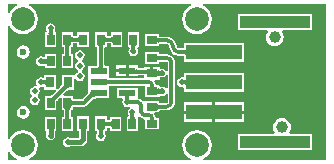
<source format=gtl>
G04*
G04 #@! TF.GenerationSoftware,Altium Limited,Altium Designer,18.1.7 (191)*
G04*
G04 Layer_Physical_Order=1*
G04 Layer_Color=255*
%FSLAX24Y24*%
%MOIN*%
G70*
G01*
G75*
%ADD11C,0.0100*%
%ADD22C,0.0394*%
%ADD23C,0.0236*%
%ADD25C,0.0150*%
%ADD26C,0.0120*%
%ADD27C,0.0120*%
%ADD28R,0.2362X0.0433*%
%ADD29R,0.1850X0.0512*%
%ADD30R,0.0264X0.0354*%
%ADD31R,0.0354X0.0264*%
%ADD32R,0.0276X0.0374*%
%ADD33R,0.0374X0.0276*%
%ADD34R,0.0580X0.0220*%
%ADD35C,0.0787*%
%ADD36C,0.0200*%
G36*
X10496Y15850D02*
X10451Y15831D01*
X10348Y15752D01*
X10269Y15649D01*
X10250Y15604D01*
X10200Y15614D01*
Y15900D01*
X10486D01*
X10496Y15850D01*
D02*
G37*
G36*
X20800Y10700D02*
X16714D01*
X16704Y10750D01*
X16749Y10769D01*
X16852Y10848D01*
X16931Y10951D01*
X16981Y11071D01*
X16998Y11200D01*
X16981Y11329D01*
X16931Y11449D01*
X16852Y11552D01*
X16749Y11631D01*
X16629Y11681D01*
X16500Y11698D01*
X16371Y11681D01*
X16251Y11631D01*
X16148Y11552D01*
X16069Y11449D01*
X16019Y11329D01*
X16002Y11200D01*
X16019Y11071D01*
X16069Y10951D01*
X16148Y10848D01*
X16251Y10769D01*
X16296Y10750D01*
X16286Y10700D01*
X10914D01*
X10904Y10750D01*
X10949Y10769D01*
X11052Y10848D01*
X11131Y10951D01*
X11181Y11071D01*
X11198Y11200D01*
X11181Y11329D01*
X11131Y11449D01*
X11052Y11552D01*
X10949Y11631D01*
X10829Y11681D01*
X10700Y11698D01*
X10571Y11681D01*
X10451Y11631D01*
X10348Y11552D01*
X10269Y11449D01*
X10250Y11404D01*
X10200Y11414D01*
Y15186D01*
X10250Y15196D01*
X10269Y15151D01*
X10348Y15048D01*
X10451Y14969D01*
X10571Y14919D01*
X10700Y14902D01*
X10829Y14919D01*
X10949Y14969D01*
X11052Y15048D01*
X11131Y15151D01*
X11181Y15271D01*
X11198Y15400D01*
X11181Y15529D01*
X11131Y15649D01*
X11052Y15752D01*
X10949Y15831D01*
X10904Y15850D01*
X10914Y15900D01*
X16286D01*
X16296Y15850D01*
X16251Y15831D01*
X16148Y15752D01*
X16069Y15649D01*
X16019Y15529D01*
X16002Y15400D01*
X16019Y15271D01*
X16069Y15151D01*
X16148Y15048D01*
X16251Y14969D01*
X16371Y14919D01*
X16500Y14902D01*
X16629Y14919D01*
X16749Y14969D01*
X16852Y15048D01*
X16931Y15151D01*
X16981Y15271D01*
X16998Y15400D01*
X16981Y15529D01*
X16931Y15649D01*
X16852Y15752D01*
X16749Y15831D01*
X16704Y15850D01*
X16714Y15900D01*
X20800D01*
Y10700D01*
D02*
G37*
G36*
X10269Y10951D02*
X10348Y10848D01*
X10451Y10769D01*
X10496Y10750D01*
X10486Y10700D01*
X10200D01*
Y10986D01*
X10250Y10996D01*
X10269Y10951D01*
D02*
G37*
%LPC*%
G36*
X12907Y14966D02*
X12512D01*
Y14853D01*
X12511Y14852D01*
X12509Y14851D01*
X12500Y14848D01*
X12488Y14846D01*
X12472Y14845D01*
X12451Y14844D01*
X12446Y14842D01*
X12439D01*
X12433Y14844D01*
X12412Y14845D01*
X12396Y14846D01*
X12384Y14848D01*
X12375Y14851D01*
X12373Y14852D01*
X12372Y14853D01*
Y14957D01*
X11989D01*
Y14482D01*
X12048D01*
X12049Y14480D01*
X12052Y14472D01*
X12054Y14459D01*
X12055Y14443D01*
X12056Y14422D01*
X12058Y14416D01*
Y14317D01*
X12056Y14311D01*
X12055Y14290D01*
X12054Y14274D01*
X12052Y14261D01*
X12049Y14253D01*
X12048Y14251D01*
X11989D01*
Y13776D01*
X12372D01*
Y14251D01*
X12313D01*
X12312Y14253D01*
X12309Y14261D01*
X12307Y14274D01*
X12306Y14290D01*
X12305Y14311D01*
X12303Y14317D01*
Y14416D01*
X12305Y14422D01*
X12306Y14443D01*
X12307Y14459D01*
X12309Y14472D01*
X12312Y14480D01*
X12313Y14482D01*
X12372D01*
Y14586D01*
X12373Y14587D01*
X12375Y14588D01*
X12384Y14591D01*
X12396Y14593D01*
X12412Y14594D01*
X12433Y14595D01*
X12439Y14597D01*
X12446D01*
X12451Y14595D01*
X12472Y14594D01*
X12488Y14593D01*
X12500Y14591D01*
X12509Y14588D01*
X12511Y14587D01*
X12512Y14586D01*
Y14472D01*
X12907D01*
Y14966D01*
D02*
G37*
G36*
X20336Y15577D02*
X17854D01*
Y15023D01*
X18830D01*
X18854Y14973D01*
X18836Y14950D01*
X18806Y14877D01*
X18796Y14800D01*
X18806Y14723D01*
X18836Y14650D01*
X18884Y14588D01*
X18946Y14541D01*
X19018Y14511D01*
X19095Y14501D01*
X19173Y14511D01*
X19245Y14541D01*
X19307Y14588D01*
X19355Y14650D01*
X19384Y14723D01*
X19395Y14800D01*
X19384Y14877D01*
X19355Y14950D01*
X19336Y14973D01*
X19361Y15023D01*
X20336D01*
Y15577D01*
D02*
G37*
G36*
X13488Y14966D02*
X13093D01*
Y14472D01*
X13158D01*
X13159Y14471D01*
X13161Y14462D01*
X13163Y14449D01*
X13165Y14433D01*
X13165Y14412D01*
X13168Y14406D01*
Y13910D01*
X13165Y13905D01*
X13165Y13883D01*
X13163Y13867D01*
X13161Y13855D01*
X13159Y13846D01*
X13158Y13844D01*
X12880D01*
Y13520D01*
X12880Y13470D01*
X12880Y13454D01*
Y13146D01*
X12880Y13096D01*
X12880Y13080D01*
Y13002D01*
X12877Y12997D01*
X12878Y12992D01*
X12876Y12987D01*
X12880Y12978D01*
Y12947D01*
X12876Y12940D01*
X12866Y12926D01*
X12832Y12885D01*
X12810Y12862D01*
X12807Y12856D01*
X12677Y12726D01*
X12439D01*
X12433Y12729D01*
X12412Y12729D01*
X12396Y12731D01*
X12384Y12733D01*
X12375Y12735D01*
X12373Y12736D01*
X12372Y12737D01*
Y12841D01*
X12055D01*
X12034Y12891D01*
X12077Y12934D01*
X12081Y12935D01*
X12083Y12939D01*
X12087Y12940D01*
X12118Y12970D01*
X12171Y13017D01*
X12192Y13033D01*
X12210Y13045D01*
X12224Y13052D01*
X12226Y13053D01*
X12259D01*
X12266Y13052D01*
X12268Y13053D01*
X12388D01*
Y13489D01*
X12438Y13494D01*
X12449Y13438D01*
X12485Y13385D01*
X12538Y13349D01*
X12600Y13337D01*
X12662Y13349D01*
X12715Y13385D01*
X12751Y13438D01*
X12763Y13500D01*
X12751Y13562D01*
X12715Y13615D01*
X12665Y13649D01*
X12662Y13670D01*
Y13680D01*
X12665Y13701D01*
X12715Y13735D01*
X12751Y13788D01*
X12763Y13850D01*
X12751Y13912D01*
X12715Y13965D01*
X12665Y13999D01*
X12662Y14020D01*
Y14030D01*
X12665Y14051D01*
X12715Y14085D01*
X12751Y14138D01*
X12763Y14200D01*
X12751Y14262D01*
X12715Y14315D01*
X12662Y14351D01*
X12600Y14363D01*
X12538Y14351D01*
X12485Y14315D01*
X12449Y14262D01*
X12437Y14200D01*
X12449Y14138D01*
X12485Y14085D01*
X12535Y14051D01*
X12538Y14030D01*
Y14020D01*
X12535Y13999D01*
X12485Y13965D01*
X12449Y13912D01*
X12437Y13850D01*
X12449Y13788D01*
X12485Y13735D01*
X12535Y13701D01*
X12538Y13680D01*
Y13670D01*
X12535Y13649D01*
X12485Y13615D01*
X12449Y13562D01*
X12438Y13506D01*
X12388Y13511D01*
Y13547D01*
X11993D01*
Y13259D01*
X11990Y13252D01*
X11992Y13247D01*
X11991Y13242D01*
X11993Y13239D01*
Y13223D01*
X11990Y13212D01*
X11990Y13212D01*
Y13207D01*
X11982Y13196D01*
X11946Y13153D01*
X11922Y13129D01*
X11920Y13123D01*
X11857Y13060D01*
X11807Y13081D01*
X11807Y13090D01*
X11807Y13090D01*
X11807Y13091D01*
Y13547D01*
X11412D01*
Y13478D01*
X11362Y13451D01*
X11300Y13463D01*
X11238Y13451D01*
X11185Y13415D01*
X11149Y13362D01*
X11137Y13300D01*
X11149Y13238D01*
X11176Y13197D01*
X11148Y13154D01*
X11100Y13163D01*
X11038Y13151D01*
X10985Y13115D01*
X10949Y13062D01*
X10937Y13000D01*
X10949Y12938D01*
X10985Y12885D01*
X10999Y12875D01*
Y12825D01*
X10985Y12815D01*
X10949Y12762D01*
X10937Y12700D01*
X10949Y12638D01*
X10985Y12585D01*
X11038Y12549D01*
X11100Y12537D01*
X11162Y12549D01*
X11215Y12585D01*
X11251Y12638D01*
X11263Y12700D01*
X11251Y12762D01*
X11215Y12815D01*
X11201Y12825D01*
Y12875D01*
X11215Y12885D01*
X11251Y12938D01*
X11263Y13000D01*
X11251Y13062D01*
X11224Y13103D01*
X11252Y13146D01*
X11300Y13137D01*
X11362Y13149D01*
X11412Y13122D01*
Y13053D01*
X11769Y13053D01*
X11770D01*
X11770D01*
X11780Y13053D01*
X11786Y13037D01*
X11800Y13003D01*
X11712Y12914D01*
X11706Y12912D01*
X11660Y12870D01*
X11643Y12856D01*
X11627Y12845D01*
X11620Y12841D01*
X11589D01*
X11580Y12845D01*
X11576Y12843D01*
X11570Y12844D01*
X11566Y12841D01*
X11428D01*
Y12367D01*
X11811D01*
Y12595D01*
X11814Y12600D01*
X11813Y12605D01*
X11815Y12610D01*
X11811Y12619D01*
Y12650D01*
X11815Y12657D01*
X11825Y12672D01*
X11859Y12712D01*
X11882Y12735D01*
X11884Y12741D01*
X11939Y12795D01*
X11989Y12775D01*
Y12367D01*
X12048D01*
X12049Y12365D01*
X12052Y12356D01*
X12054Y12343D01*
X12055Y12327D01*
X12056Y12306D01*
X12058Y12301D01*
Y12217D01*
X12056Y12211D01*
X12055Y12190D01*
X12054Y12174D01*
X12052Y12161D01*
X12049Y12153D01*
X12048Y12151D01*
X11989D01*
Y11676D01*
X12372D01*
Y12151D01*
X12313D01*
X12312Y12153D01*
X12309Y12161D01*
X12307Y12174D01*
X12306Y12190D01*
X12305Y12211D01*
X12303Y12217D01*
Y12301D01*
X12305Y12306D01*
X12306Y12327D01*
X12307Y12343D01*
X12309Y12356D01*
X12312Y12365D01*
X12313Y12367D01*
X12372D01*
Y12471D01*
X12373Y12472D01*
X12375Y12473D01*
X12384Y12475D01*
X12396Y12477D01*
X12412Y12478D01*
X12433Y12479D01*
X12439Y12482D01*
X12728D01*
X12775Y12491D01*
X12814Y12517D01*
X12980Y12683D01*
X12985Y12685D01*
X13031Y12727D01*
X13049Y12741D01*
X13064Y12752D01*
X13071Y12756D01*
X13102D01*
X13111Y12752D01*
X13116Y12754D01*
X13121Y12753D01*
X13126Y12756D01*
X13580D01*
Y13080D01*
X13580Y13130D01*
X13580Y13146D01*
Y13170D01*
X13588Y13171D01*
X13620Y13175D01*
X13640Y13175D01*
X13646Y13178D01*
X14753D01*
Y12812D01*
X15171D01*
X15176Y12809D01*
X15181Y12810D01*
X15186Y12808D01*
X15195Y12812D01*
X15247D01*
Y12818D01*
X15260Y12828D01*
X15297Y12847D01*
X15350Y12837D01*
X15412Y12849D01*
X15465Y12885D01*
X15478Y12903D01*
X15528Y12888D01*
Y12650D01*
X15528Y12648D01*
X15515Y12616D01*
X15482Y12603D01*
X15481Y12603D01*
X15303D01*
X15298Y12605D01*
X15277Y12606D01*
X15260Y12607D01*
X15248Y12609D01*
X15239Y12612D01*
X15237Y12613D01*
Y12672D01*
X14763D01*
Y12672D01*
X14713Y12661D01*
X14700Y12680D01*
X14618Y12736D01*
X14566Y12746D01*
X14520Y12756D01*
Y13096D01*
X13820D01*
Y12756D01*
X14003D01*
X14028Y12706D01*
X14019Y12692D01*
X14007Y12630D01*
X14019Y12568D01*
X14055Y12515D01*
X14108Y12479D01*
X14170Y12467D01*
X14232Y12479D01*
X14256Y12495D01*
X14263Y12493D01*
X14270Y12439D01*
X14270Y12438D01*
X14235Y12415D01*
X14200Y12362D01*
X14187Y12300D01*
X14200Y12238D01*
X14223Y12204D01*
X14222Y12203D01*
X14223Y12202D01*
X14223Y12202D01*
X14223Y12200D01*
X14223Y12200D01*
X14223Y12199D01*
X14224Y12195D01*
X14190Y12147D01*
X14159D01*
Y11673D01*
X14542D01*
Y12102D01*
X14542Y12125D01*
X14586Y12140D01*
X14592Y12141D01*
X14664Y12093D01*
X14750Y12076D01*
X14763Y12031D01*
Y11728D01*
X15237D01*
Y12111D01*
X15124D01*
X15108Y12192D01*
X15077Y12239D01*
X15103Y12289D01*
X15237D01*
Y12348D01*
X15239Y12349D01*
X15248Y12352D01*
X15260Y12354D01*
X15277Y12355D01*
X15298Y12356D01*
X15303Y12358D01*
X15481D01*
Y12358D01*
X15556Y12368D01*
X15626Y12397D01*
X15687Y12444D01*
X15733Y12504D01*
X15763Y12574D01*
X15773Y12650D01*
X15772D01*
Y13950D01*
X15772Y13950D01*
X15763Y14020D01*
X15736Y14086D01*
X15693Y14143D01*
X15636Y14186D01*
X15570Y14213D01*
X15500Y14222D01*
X15500Y14222D01*
X15313D01*
X15308Y14225D01*
X15286Y14225D01*
X15270Y14227D01*
X15258Y14229D01*
X15249Y14231D01*
X15247Y14232D01*
Y14307D01*
X14753D01*
Y13912D01*
X15247D01*
Y13968D01*
X15249Y13969D01*
X15258Y13971D01*
X15270Y13973D01*
X15286Y13975D01*
X15308Y13975D01*
X15313Y13978D01*
X15500D01*
Y13977D01*
X15519Y13969D01*
X15527Y13950D01*
X15528D01*
Y13655D01*
X15478Y13650D01*
X15477Y13653D01*
X15447Y13697D01*
X15403Y13727D01*
X15350Y13738D01*
X15342D01*
X15337Y13740D01*
X15310Y13740D01*
X15288Y13742D01*
X15269Y13744D01*
X15257Y13746D01*
Y13798D01*
X15050D01*
Y13590D01*
X14950D01*
Y13798D01*
X14743D01*
Y13777D01*
X14715Y13775D01*
X14694Y13775D01*
X14688Y13772D01*
X14586D01*
X14581Y13775D01*
X14560Y13775D01*
X14543Y13777D01*
X14531Y13779D01*
X14530Y13779D01*
Y13854D01*
X14220D01*
Y13674D01*
Y13494D01*
X14530D01*
Y13523D01*
X14559Y13525D01*
X14580Y13525D01*
X14586Y13528D01*
X14687D01*
X14692Y13525D01*
X14713Y13525D01*
X14730Y13523D01*
X14742Y13521D01*
X14743Y13521D01*
Y13422D01*
X13646D01*
X13640Y13425D01*
X13619Y13425D01*
X13602Y13427D01*
X13589Y13428D01*
X13580Y13430D01*
X13580Y13504D01*
X13580Y13520D01*
Y13844D01*
X13422D01*
X13422Y13846D01*
X13419Y13855D01*
X13417Y13867D01*
X13416Y13883D01*
X13415Y13905D01*
X13413Y13910D01*
Y14406D01*
X13415Y14412D01*
X13416Y14433D01*
X13417Y14449D01*
X13419Y14462D01*
X13422Y14471D01*
X13422Y14472D01*
X13488D01*
Y14587D01*
X13490Y14588D01*
X13499Y14591D01*
X13511Y14593D01*
X13528Y14594D01*
X13549Y14595D01*
X13554Y14597D01*
X13561D01*
X13567Y14595D01*
X13588Y14594D01*
X13604Y14593D01*
X13616Y14591D01*
X13625Y14588D01*
X13627Y14587D01*
X13628Y14586D01*
Y14482D01*
X14011D01*
Y14957D01*
X13628D01*
Y14853D01*
X13627Y14852D01*
X13625Y14851D01*
X13616Y14848D01*
X13604Y14846D01*
X13588Y14845D01*
X13567Y14844D01*
X13561Y14842D01*
X13554D01*
X13549Y14844D01*
X13528Y14845D01*
X13511Y14846D01*
X13499Y14848D01*
X13490Y14851D01*
X13488Y14852D01*
Y14966D01*
D02*
G37*
G36*
X11619Y15263D02*
X11557Y15251D01*
X11504Y15215D01*
X11469Y15162D01*
X11456Y15100D01*
X11469Y15038D01*
X11490Y15005D01*
X11487Y14993D01*
X11487Y14992D01*
X11457Y14957D01*
X11428D01*
Y14482D01*
X11811D01*
Y14957D01*
X11780D01*
X11754Y14988D01*
X11752Y14993D01*
X11749Y15005D01*
X11770Y15038D01*
X11783Y15100D01*
X11770Y15162D01*
X11735Y15215D01*
X11682Y15251D01*
X11619Y15263D01*
D02*
G37*
G36*
X14572Y14957D02*
X14189D01*
Y14482D01*
X14228D01*
X14254Y14439D01*
X14255Y14435D01*
X14254Y14426D01*
X14253Y14424D01*
X14253Y14423D01*
X14253Y14422D01*
X14253Y14421D01*
X14252Y14420D01*
X14253Y14420D01*
X14230Y14386D01*
X14217Y14323D01*
X14230Y14261D01*
X14265Y14208D01*
X14318Y14173D01*
X14381Y14160D01*
X14443Y14173D01*
X14496Y14208D01*
X14531Y14261D01*
X14544Y14323D01*
X14531Y14386D01*
X14508Y14420D01*
X14509Y14420D01*
X14508Y14421D01*
X14508Y14422D01*
X14508Y14423D01*
X14508Y14424D01*
X14508Y14425D01*
X14507Y14435D01*
X14539Y14482D01*
X14572D01*
Y14957D01*
D02*
G37*
G36*
X11811Y14251D02*
X11428D01*
Y14153D01*
X11378Y14141D01*
X11362Y14151D01*
X11300Y14163D01*
X11238Y14151D01*
X11185Y14115D01*
X11149Y14062D01*
X11137Y14000D01*
X11149Y13938D01*
X11185Y13885D01*
X11238Y13849D01*
X11300Y13837D01*
X11362Y13849D01*
X11378Y13859D01*
X11428Y13847D01*
Y13776D01*
X11811D01*
Y14251D01*
D02*
G37*
G36*
X10709Y14526D02*
X10624Y14509D01*
X10552Y14461D01*
X10504Y14389D01*
X10487Y14304D01*
X10504Y14219D01*
X10552Y14147D01*
X10624Y14098D01*
X10709Y14082D01*
X10795Y14098D01*
X10867Y14147D01*
X10915Y14219D01*
X10932Y14304D01*
X10915Y14389D01*
X10867Y14461D01*
X10795Y14509D01*
X10709Y14526D01*
D02*
G37*
G36*
X15247Y14888D02*
X14753D01*
Y14493D01*
X15247D01*
Y14558D01*
X15249Y14559D01*
X15258Y14561D01*
X15270Y14563D01*
X15286Y14565D01*
X15308Y14565D01*
X15313Y14568D01*
X15500D01*
Y14567D01*
X15529Y14561D01*
X15554Y14544D01*
X15571Y14520D01*
X15576Y14490D01*
X15577D01*
X15588Y14409D01*
X15619Y14334D01*
X15669Y14269D01*
X15734Y14219D01*
X15809Y14188D01*
X15890Y14177D01*
Y14178D01*
X16016D01*
X16022Y14175D01*
X16043Y14175D01*
X16059Y14173D01*
X16071Y14171D01*
X16080Y14169D01*
X16082Y14168D01*
X16083Y14167D01*
Y13984D01*
X18053D01*
Y14616D01*
X16083D01*
Y14433D01*
X16082Y14432D01*
X16080Y14431D01*
X16071Y14429D01*
X16059Y14427D01*
X16043Y14425D01*
X16022Y14425D01*
X16016Y14422D01*
X15890D01*
Y14424D01*
X15865Y14429D01*
X15843Y14443D01*
X15829Y14465D01*
X15824Y14490D01*
X15823D01*
X15812Y14574D01*
X15780Y14652D01*
X15728Y14719D01*
X15661Y14770D01*
X15584Y14802D01*
X15500Y14813D01*
Y14813D01*
X15313D01*
X15308Y14815D01*
X15286Y14816D01*
X15270Y14817D01*
X15258Y14819D01*
X15249Y14822D01*
X15247Y14822D01*
Y14888D01*
D02*
G37*
G36*
X14120Y13854D02*
X13810D01*
Y13724D01*
X14120D01*
Y13854D01*
D02*
G37*
G36*
Y13624D02*
X13810D01*
Y13494D01*
X14120D01*
Y13624D01*
D02*
G37*
G36*
X18053Y13616D02*
X16083D01*
Y13493D01*
X16033Y13457D01*
X16000Y13463D01*
X15938Y13451D01*
X15885Y13415D01*
X15849Y13362D01*
X15837Y13300D01*
X15849Y13238D01*
X15885Y13185D01*
X15938Y13149D01*
X16000Y13137D01*
X16033Y13143D01*
X16083Y13107D01*
Y12984D01*
X18053D01*
Y13616D01*
D02*
G37*
G36*
X18063Y12626D02*
X17118D01*
Y12350D01*
X18063D01*
Y12626D01*
D02*
G37*
G36*
X17018D02*
X16073D01*
Y12350D01*
X17018D01*
Y12626D01*
D02*
G37*
G36*
X10709Y12518D02*
X10624Y12502D01*
X10552Y12453D01*
X10504Y12381D01*
X10487Y12296D01*
X10504Y12211D01*
X10552Y12139D01*
X10624Y12091D01*
X10709Y12074D01*
X10795Y12091D01*
X10867Y12139D01*
X10915Y12211D01*
X10932Y12296D01*
X10915Y12381D01*
X10867Y12453D01*
X10795Y12502D01*
X10709Y12518D01*
D02*
G37*
G36*
X18063Y12250D02*
X17118D01*
Y11974D01*
X18063D01*
Y12250D01*
D02*
G37*
G36*
X17018D02*
X16073D01*
Y11974D01*
X17018D01*
Y12250D01*
D02*
G37*
G36*
X13488Y12166D02*
X13093D01*
Y11672D01*
X13168D01*
X13169Y11671D01*
X13171Y11662D01*
X13173Y11649D01*
X13175Y11633D01*
X13175Y11625D01*
X13174Y11614D01*
X13173Y11602D01*
X13173Y11600D01*
X13173Y11600D01*
X13172Y11598D01*
X13172Y11598D01*
X13172Y11597D01*
X13172Y11596D01*
X13149Y11562D01*
X13137Y11500D01*
X13149Y11438D01*
X13185Y11385D01*
X13238Y11349D01*
X13300Y11337D01*
X13362Y11349D01*
X13415Y11385D01*
X13451Y11438D01*
X13463Y11500D01*
X13451Y11562D01*
X13428Y11596D01*
X13428Y11597D01*
X13428Y11598D01*
X13428Y11598D01*
X13427Y11600D01*
X13427Y11600D01*
X13427Y11601D01*
X13425Y11625D01*
X13435Y11672D01*
X13488D01*
Y11777D01*
X13489Y11778D01*
X13491Y11779D01*
X13500Y11781D01*
X13512Y11783D01*
X13528Y11784D01*
X13543Y11785D01*
X13558Y11784D01*
X13574Y11783D01*
X13586Y11781D01*
X13595Y11779D01*
X13597Y11778D01*
X13598Y11777D01*
Y11673D01*
X13981D01*
Y12147D01*
X13598D01*
Y12043D01*
X13597Y12042D01*
X13595Y12041D01*
X13586Y12039D01*
X13574Y12037D01*
X13558Y12035D01*
X13543Y12035D01*
X13528Y12035D01*
X13512Y12037D01*
X13500Y12039D01*
X13491Y12041D01*
X13489Y12042D01*
X13488Y12043D01*
Y12166D01*
D02*
G37*
G36*
X12907D02*
X12512D01*
Y11672D01*
X12572D01*
Y11438D01*
X12282D01*
X12262Y11451D01*
X12200Y11463D01*
X12138Y11451D01*
X12085Y11415D01*
X12049Y11362D01*
X12037Y11300D01*
X12049Y11238D01*
X12085Y11185D01*
X12138Y11149D01*
X12200Y11137D01*
X12262Y11149D01*
X12282Y11162D01*
X12600D01*
Y11160D01*
X12695Y11179D01*
X12776Y11233D01*
X12830Y11314D01*
X12849Y11410D01*
X12847D01*
Y11672D01*
X12907D01*
Y12166D01*
D02*
G37*
G36*
X11811Y12151D02*
X11428D01*
Y11676D01*
X11482D01*
Y11601D01*
X11469Y11582D01*
X11456Y11519D01*
X11469Y11457D01*
X11504Y11404D01*
X11557Y11369D01*
X11619Y11356D01*
X11682Y11369D01*
X11735Y11404D01*
X11770Y11457D01*
X11783Y11519D01*
X11770Y11582D01*
X11757Y11601D01*
Y11676D01*
X11811D01*
Y12151D01*
D02*
G37*
G36*
X19332Y12099D02*
X19254Y12089D01*
X19182Y12059D01*
X19120Y12012D01*
X19072Y11950D01*
X19042Y11877D01*
X19032Y11800D01*
X19042Y11723D01*
X19072Y11650D01*
X19090Y11627D01*
X19066Y11577D01*
X17854D01*
Y11023D01*
X20336D01*
Y11577D01*
X19597D01*
X19573Y11627D01*
X19591Y11650D01*
X19621Y11723D01*
X19631Y11800D01*
X19621Y11877D01*
X19591Y11950D01*
X19543Y12012D01*
X19481Y12059D01*
X19409Y12089D01*
X19332Y12099D01*
D02*
G37*
%LPD*%
G36*
X12573Y14599D02*
X12572Y14611D01*
X12568Y14621D01*
X12562Y14630D01*
X12554Y14638D01*
X12543Y14644D01*
X12530Y14650D01*
X12514Y14654D01*
X12496Y14657D01*
X12476Y14659D01*
X12453Y14659D01*
Y14779D01*
X12476Y14780D01*
X12496Y14782D01*
X12514Y14785D01*
X12530Y14789D01*
X12543Y14794D01*
X12554Y14801D01*
X12562Y14809D01*
X12568Y14818D01*
X12572Y14828D01*
X12573Y14839D01*
Y14599D01*
D02*
G37*
G36*
X12312Y14828D02*
X12316Y14818D01*
X12322Y14809D01*
X12330Y14801D01*
X12341Y14794D01*
X12354Y14789D01*
X12370Y14785D01*
X12388Y14782D01*
X12408Y14780D01*
X12431Y14779D01*
Y14659D01*
X12408Y14659D01*
X12388Y14657D01*
X12370Y14654D01*
X12354Y14650D01*
X12341Y14644D01*
X12330Y14638D01*
X12322Y14630D01*
X12316Y14621D01*
X12312Y14611D01*
X12311Y14599D01*
Y14839D01*
X12312Y14828D01*
D02*
G37*
G36*
X12289Y14543D02*
X12279Y14540D01*
X12270Y14534D01*
X12262Y14525D01*
X12256Y14514D01*
X12250Y14501D01*
X12246Y14485D01*
X12243Y14467D01*
X12241Y14447D01*
X12241Y14424D01*
X12121D01*
X12120Y14447D01*
X12118Y14467D01*
X12115Y14485D01*
X12111Y14501D01*
X12106Y14514D01*
X12099Y14525D01*
X12091Y14534D01*
X12082Y14540D01*
X12072Y14543D01*
X12061Y14545D01*
X12301D01*
X12289Y14543D01*
D02*
G37*
G36*
X12241Y14287D02*
X12243Y14266D01*
X12246Y14248D01*
X12250Y14232D01*
X12256Y14219D01*
X12262Y14208D01*
X12270Y14199D01*
X12279Y14193D01*
X12289Y14190D01*
X12301Y14188D01*
X12061D01*
X12072Y14190D01*
X12082Y14193D01*
X12091Y14199D01*
X12099Y14208D01*
X12106Y14219D01*
X12111Y14232D01*
X12115Y14248D01*
X12118Y14266D01*
X12120Y14287D01*
X12121Y14310D01*
X12241D01*
X12241Y14287D01*
D02*
G37*
G36*
X13689Y14599D02*
X13688Y14611D01*
X13684Y14621D01*
X13678Y14630D01*
X13670Y14638D01*
X13659Y14644D01*
X13646Y14650D01*
X13630Y14654D01*
X13612Y14657D01*
X13592Y14659D01*
X13569Y14659D01*
Y14779D01*
X13592Y14780D01*
X13612Y14782D01*
X13630Y14785D01*
X13646Y14789D01*
X13659Y14794D01*
X13670Y14801D01*
X13678Y14809D01*
X13684Y14818D01*
X13688Y14828D01*
X13689Y14839D01*
Y14599D01*
D02*
G37*
G36*
X13427Y14828D02*
X13431Y14818D01*
X13437Y14809D01*
X13445Y14801D01*
X13456Y14794D01*
X13469Y14789D01*
X13485Y14785D01*
X13503Y14782D01*
X13524Y14780D01*
X13547Y14779D01*
Y14659D01*
X13524Y14659D01*
X13503Y14657D01*
X13485Y14654D01*
X13469Y14650D01*
X13456Y14644D01*
X13445Y14638D01*
X13437Y14630D01*
X13431Y14621D01*
X13427Y14611D01*
X13426Y14599D01*
Y14839D01*
X13427Y14828D01*
D02*
G37*
G36*
X13399Y14534D02*
X13389Y14530D01*
X13380Y14524D01*
X13372Y14515D01*
X13365Y14505D01*
X13360Y14491D01*
X13356Y14475D01*
X13353Y14457D01*
X13351Y14437D01*
X13350Y14414D01*
X13230D01*
X13230Y14437D01*
X13228Y14457D01*
X13225Y14475D01*
X13221Y14491D01*
X13215Y14505D01*
X13209Y14515D01*
X13201Y14524D01*
X13192Y14530D01*
X13182Y14534D01*
X13170Y14535D01*
X13410D01*
X13399Y14534D01*
D02*
G37*
G36*
X15186Y14209D02*
X15189Y14198D01*
X15196Y14189D01*
X15204Y14182D01*
X15215Y14175D01*
X15228Y14170D01*
X15244Y14165D01*
X15262Y14162D01*
X15283Y14161D01*
X15306Y14160D01*
Y14040D01*
X15283Y14039D01*
X15262Y14038D01*
X15244Y14035D01*
X15228Y14030D01*
X15215Y14025D01*
X15204Y14018D01*
X15196Y14011D01*
X15189Y14002D01*
X15186Y13991D01*
X15185Y13980D01*
Y14220D01*
X15186Y14209D01*
D02*
G37*
G36*
X13351Y13880D02*
X13353Y13859D01*
X13356Y13841D01*
X13360Y13825D01*
X13365Y13812D01*
X13372Y13801D01*
X13380Y13793D01*
X13389Y13786D01*
X13399Y13783D01*
X13410Y13782D01*
X13170D01*
X13182Y13783D01*
X13192Y13786D01*
X13201Y13793D01*
X13209Y13801D01*
X13215Y13812D01*
X13221Y13825D01*
X13225Y13841D01*
X13228Y13859D01*
X13230Y13880D01*
X13230Y13903D01*
X13350D01*
X13351Y13880D01*
D02*
G37*
G36*
X14459Y13759D02*
X14463Y13748D01*
X14469Y13739D01*
X14477Y13732D01*
X14488Y13725D01*
X14501Y13720D01*
X14517Y13715D01*
X14535Y13712D01*
X14556Y13711D01*
X14579Y13710D01*
Y13590D01*
X14556Y13590D01*
X14502Y13586D01*
X14489Y13584D01*
X14478Y13581D01*
X14470Y13578D01*
X14464Y13574D01*
X14460Y13570D01*
X14459Y13565D01*
X14458Y13770D01*
X14459Y13759D01*
D02*
G37*
G36*
X14815Y13530D02*
X14814Y13541D01*
X14810Y13552D01*
X14804Y13561D01*
X14796Y13568D01*
X14785Y13575D01*
X14772Y13580D01*
X14756Y13585D01*
X14738Y13588D01*
X14717Y13589D01*
X14694Y13590D01*
Y13710D01*
X14717Y13710D01*
X14784Y13714D01*
X14795Y13716D01*
X14803Y13718D01*
X14809Y13721D01*
X14813Y13724D01*
X14814Y13727D01*
X14815Y13530D01*
D02*
G37*
G36*
X15187Y13717D02*
X15192Y13708D01*
X15199Y13700D01*
X15210Y13694D01*
X15223Y13688D01*
X15240Y13683D01*
X15259Y13680D01*
X15282Y13677D01*
X15307Y13676D01*
X15336Y13675D01*
Y13525D01*
X15307Y13524D01*
X15282Y13522D01*
X15259Y13519D01*
X15240Y13514D01*
X15223Y13507D01*
X15210Y13499D01*
X15199Y13490D01*
X15192Y13479D01*
X15187Y13467D01*
X15186Y13454D01*
Y13727D01*
X15187Y13717D01*
D02*
G37*
G36*
X11474Y13180D02*
X11473Y13191D01*
X11469Y13202D01*
X11463Y13211D01*
X11455Y13218D01*
X11444Y13225D01*
X11431Y13230D01*
X11415Y13235D01*
X11397Y13238D01*
X11396Y13238D01*
X11393Y13238D01*
X11387Y13236D01*
X11382Y13235D01*
X11377Y13234D01*
X11374Y13232D01*
X11371Y13230D01*
Y13240D01*
X11353Y13240D01*
Y13360D01*
X11371Y13360D01*
Y13370D01*
X11374Y13368D01*
X11377Y13366D01*
X11382Y13365D01*
X11387Y13364D01*
X11393Y13362D01*
X11395Y13362D01*
X11397Y13362D01*
X11415Y13365D01*
X11431Y13370D01*
X11444Y13375D01*
X11455Y13382D01*
X11463Y13389D01*
X11469Y13398D01*
X11473Y13409D01*
X11474Y13420D01*
Y13180D01*
D02*
G37*
G36*
X13520Y13400D02*
X13524Y13391D01*
X13530Y13384D01*
X13538Y13378D01*
X13549Y13372D01*
X13562Y13368D01*
X13578Y13364D01*
X13596Y13362D01*
X13616Y13360D01*
X13639Y13360D01*
Y13240D01*
X13616Y13240D01*
X13578Y13236D01*
X13562Y13232D01*
X13549Y13228D01*
X13538Y13222D01*
X13530Y13216D01*
X13524Y13209D01*
X13520Y13200D01*
X13519Y13191D01*
Y13409D01*
X13520Y13400D01*
D02*
G37*
G36*
X12254Y13115D02*
X12243Y13120D01*
X12230Y13121D01*
X12214Y13118D01*
X12196Y13111D01*
X12176Y13100D01*
X12154Y13086D01*
X12129Y13067D01*
X12073Y13017D01*
X12042Y12987D01*
X11969Y13083D01*
X11994Y13110D01*
X12034Y13156D01*
X12048Y13176D01*
X12058Y13194D01*
X12065Y13210D01*
X12068Y13224D01*
X12067Y13235D01*
X12063Y13245D01*
X12055Y13253D01*
X12254Y13115D01*
D02*
G37*
G36*
X15528Y13545D02*
Y13112D01*
X15478Y13097D01*
X15465Y13115D01*
X15412Y13151D01*
X15350Y13163D01*
X15299Y13153D01*
X15292Y13153D01*
X15259Y13172D01*
X15247Y13181D01*
Y13207D01*
X15195D01*
X15186Y13211D01*
X15182Y13210D01*
X15179Y13211D01*
X15173Y13207D01*
X15123D01*
X15107Y13286D01*
X15076Y13333D01*
X15103Y13383D01*
X15257D01*
Y13451D01*
X15260Y13452D01*
X15272Y13455D01*
X15290Y13458D01*
X15311Y13459D01*
X15337Y13460D01*
X15343Y13462D01*
X15350D01*
X15403Y13473D01*
X15447Y13503D01*
X15477Y13547D01*
X15478Y13550D01*
X15528Y13545D01*
D02*
G37*
G36*
X15187Y13133D02*
X15192Y13121D01*
X15199Y13110D01*
X15210Y13101D01*
X15223Y13093D01*
X15240Y13086D01*
X15259Y13081D01*
X15282Y13078D01*
X15307Y13076D01*
X15336Y13075D01*
Y12925D01*
X15307Y12924D01*
X15259Y12920D01*
X15240Y12917D01*
X15223Y12912D01*
X15210Y12906D01*
X15199Y12900D01*
X15192Y12892D01*
X15187Y12883D01*
X15186Y12873D01*
Y13146D01*
X15187Y13133D01*
D02*
G37*
G36*
X13111Y12817D02*
X13102Y12824D01*
X13091Y12827D01*
X13078D01*
X13063Y12824D01*
X13047Y12817D01*
X13029Y12807D01*
X13010Y12793D01*
X12989Y12776D01*
X12941Y12732D01*
X12856Y12817D01*
X12880Y12842D01*
X12917Y12886D01*
X12931Y12905D01*
X12941Y12923D01*
X12948Y12939D01*
X12951Y12954D01*
Y12967D01*
X12948Y12978D01*
X12941Y12987D01*
X13111Y12817D01*
D02*
G37*
G36*
X11835Y12780D02*
X11811Y12755D01*
X11774Y12711D01*
X11760Y12692D01*
X11750Y12674D01*
X11743Y12658D01*
X11740Y12643D01*
Y12631D01*
X11743Y12620D01*
X11750Y12610D01*
X11580Y12780D01*
X11590Y12773D01*
X11601Y12770D01*
X11614D01*
X11628Y12773D01*
X11644Y12780D01*
X11662Y12790D01*
X11681Y12804D01*
X11703Y12821D01*
X11750Y12865D01*
X11835Y12780D01*
D02*
G37*
G36*
X14279Y12816D02*
X14268Y12812D01*
X14259Y12806D01*
X14252Y12798D01*
X14245Y12787D01*
X14240Y12774D01*
X14235Y12758D01*
X14232Y12740D01*
X14232Y12734D01*
X14232Y12723D01*
X14234Y12717D01*
X14235Y12712D01*
X14236Y12707D01*
X14238Y12704D01*
X14240Y12701D01*
X14230D01*
X14230Y12697D01*
X14110D01*
X14110Y12701D01*
X14100D01*
X14102Y12704D01*
X14104Y12707D01*
X14105Y12712D01*
X14106Y12717D01*
X14108Y12723D01*
X14108Y12732D01*
X14108Y12740D01*
X14105Y12758D01*
X14100Y12774D01*
X14095Y12787D01*
X14088Y12798D01*
X14081Y12806D01*
X14072Y12812D01*
X14061Y12816D01*
X14050Y12817D01*
X14290D01*
X14279Y12816D01*
D02*
G37*
G36*
X14244Y12698D02*
X14247Y12696D01*
X14252Y12695D01*
X14257Y12694D01*
X14263Y12693D01*
X14279Y12691D01*
X14299Y12690D01*
X14310Y12690D01*
Y12570D01*
X14299Y12570D01*
X14263Y12567D01*
X14257Y12566D01*
X14252Y12565D01*
X14247Y12564D01*
X14244Y12562D01*
X14241Y12560D01*
Y12700D01*
X14244Y12698D01*
D02*
G37*
G36*
X12312Y12713D02*
X12316Y12702D01*
X12322Y12693D01*
X12330Y12686D01*
X12341Y12679D01*
X12354Y12674D01*
X12370Y12669D01*
X12388Y12666D01*
X12408Y12665D01*
X12431Y12664D01*
Y12544D01*
X12408Y12543D01*
X12388Y12542D01*
X12370Y12539D01*
X12354Y12534D01*
X12341Y12529D01*
X12330Y12522D01*
X12322Y12515D01*
X12316Y12506D01*
X12312Y12495D01*
X12311Y12484D01*
Y12724D01*
X12312Y12713D01*
D02*
G37*
G36*
X15176Y12589D02*
X15180Y12579D01*
X15186Y12570D01*
X15194Y12562D01*
X15205Y12556D01*
X15218Y12550D01*
X15234Y12546D01*
X15252Y12543D01*
X15273Y12541D01*
X15296Y12541D01*
Y12421D01*
X15273Y12420D01*
X15252Y12418D01*
X15234Y12415D01*
X15218Y12411D01*
X15205Y12406D01*
X15194Y12399D01*
X15186Y12391D01*
X15180Y12382D01*
X15176Y12372D01*
X15175Y12361D01*
Y12601D01*
X15176Y12589D01*
D02*
G37*
G36*
X12289Y12428D02*
X12279Y12424D01*
X12270Y12418D01*
X12262Y12410D01*
X12256Y12399D01*
X12250Y12386D01*
X12246Y12370D01*
X12243Y12352D01*
X12241Y12331D01*
X12241Y12308D01*
X12121D01*
X12120Y12331D01*
X12118Y12352D01*
X12115Y12370D01*
X12111Y12386D01*
X12106Y12399D01*
X12099Y12410D01*
X12091Y12418D01*
X12082Y12424D01*
X12072Y12428D01*
X12061Y12429D01*
X12301D01*
X12289Y12428D01*
D02*
G37*
G36*
X12241Y12187D02*
X12243Y12166D01*
X12246Y12148D01*
X12250Y12132D01*
X12256Y12119D01*
X12262Y12108D01*
X12270Y12099D01*
X12279Y12093D01*
X12289Y12090D01*
X12301Y12088D01*
X12061D01*
X12072Y12090D01*
X12082Y12093D01*
X12091Y12099D01*
X12099Y12108D01*
X12106Y12119D01*
X12111Y12132D01*
X12115Y12148D01*
X12118Y12166D01*
X12120Y12187D01*
X12121Y12210D01*
X12241D01*
X12241Y12187D01*
D02*
G37*
G36*
X14419Y12226D02*
X14417Y12223D01*
X14415Y12218D01*
X14414Y12213D01*
X14413Y12207D01*
X14411Y12191D01*
X14411Y12183D01*
X14411Y12183D01*
X14413Y12162D01*
X14416Y12144D01*
X14420Y12128D01*
X14426Y12115D01*
X14432Y12104D01*
X14440Y12096D01*
X14449Y12089D01*
X14459Y12086D01*
X14471Y12085D01*
X14231D01*
X14242Y12086D01*
X14252Y12089D01*
X14261Y12096D01*
X14269Y12104D01*
X14276Y12115D01*
X14281Y12128D01*
X14285Y12144D01*
X14288Y12162D01*
X14290Y12181D01*
X14288Y12207D01*
X14287Y12213D01*
X14286Y12218D01*
X14284Y12223D01*
X14282Y12226D01*
X14281Y12229D01*
X14421D01*
X14419Y12226D01*
D02*
G37*
G36*
X11688Y15026D02*
X11686Y15023D01*
X11684Y15018D01*
X11683Y15013D01*
X11682Y15007D01*
X11680Y14991D01*
X11680Y14990D01*
X11682Y14972D01*
X11685Y14954D01*
X11689Y14938D01*
X11694Y14925D01*
X11701Y14914D01*
X11709Y14905D01*
X11718Y14899D01*
X11728Y14895D01*
X11739Y14894D01*
X11499D01*
X11511Y14895D01*
X11521Y14899D01*
X11530Y14905D01*
X11538Y14914D01*
X11544Y14925D01*
X11550Y14938D01*
X11554Y14954D01*
X11557Y14972D01*
X11558Y14986D01*
X11557Y15007D01*
X11556Y15013D01*
X11555Y15018D01*
X11553Y15023D01*
X11551Y15026D01*
X11549Y15029D01*
X11689D01*
X11688Y15026D01*
D02*
G37*
G36*
X14489Y14543D02*
X14479Y14540D01*
X14470Y14534D01*
X14462Y14525D01*
X14456Y14514D01*
X14450Y14501D01*
X14446Y14485D01*
X14443Y14467D01*
X14441Y14447D01*
X14441Y14445D01*
X14443Y14417D01*
X14444Y14411D01*
X14445Y14405D01*
X14447Y14401D01*
X14449Y14397D01*
X14451Y14395D01*
X14311D01*
X14312Y14397D01*
X14314Y14401D01*
X14316Y14405D01*
X14317Y14411D01*
X14318Y14417D01*
X14320Y14433D01*
X14320Y14442D01*
X14320Y14447D01*
X14318Y14467D01*
X14315Y14485D01*
X14311Y14501D01*
X14306Y14514D01*
X14299Y14525D01*
X14291Y14534D01*
X14282Y14540D01*
X14272Y14543D01*
X14261Y14545D01*
X14501D01*
X14489Y14543D01*
D02*
G37*
G36*
X15186Y14799D02*
X15189Y14789D01*
X15196Y14780D01*
X15204Y14772D01*
X15215Y14765D01*
X15228Y14760D01*
X15244Y14756D01*
X15262Y14753D01*
X15283Y14751D01*
X15306Y14750D01*
Y14630D01*
X15283Y14630D01*
X15262Y14628D01*
X15244Y14625D01*
X15228Y14621D01*
X15215Y14615D01*
X15204Y14609D01*
X15196Y14601D01*
X15189Y14592D01*
X15186Y14582D01*
X15185Y14570D01*
Y14810D01*
X15186Y14799D01*
D02*
G37*
G36*
X16144Y14180D02*
X16143Y14191D01*
X16139Y14202D01*
X16133Y14211D01*
X16125Y14218D01*
X16114Y14225D01*
X16101Y14230D01*
X16085Y14235D01*
X16067Y14238D01*
X16047Y14239D01*
X16024Y14240D01*
Y14360D01*
X16047Y14361D01*
X16067Y14362D01*
X16085Y14365D01*
X16101Y14370D01*
X16114Y14375D01*
X16125Y14382D01*
X16133Y14389D01*
X16139Y14398D01*
X16143Y14409D01*
X16144Y14420D01*
Y14180D01*
D02*
G37*
G36*
Y13180D02*
X16143Y13191D01*
X16139Y13202D01*
X16133Y13211D01*
X16125Y13218D01*
X16114Y13225D01*
X16101Y13230D01*
X16085Y13235D01*
X16082Y13235D01*
X16082Y13235D01*
X16077Y13234D01*
X16074Y13232D01*
X16071Y13230D01*
Y13237D01*
X16067Y13238D01*
X16047Y13239D01*
X16024Y13240D01*
Y13360D01*
X16047Y13361D01*
X16067Y13362D01*
X16071Y13363D01*
Y13370D01*
X16074Y13368D01*
X16077Y13366D01*
X16082Y13365D01*
X16082Y13365D01*
X16085Y13365D01*
X16101Y13370D01*
X16114Y13375D01*
X16125Y13382D01*
X16133Y13389D01*
X16139Y13398D01*
X16143Y13409D01*
X16144Y13420D01*
Y13180D01*
D02*
G37*
G36*
X13659Y11790D02*
X13658Y11801D01*
X13654Y11811D01*
X13648Y11820D01*
X13640Y11828D01*
X13629Y11835D01*
X13616Y11840D01*
X13600Y11844D01*
X13582Y11847D01*
X13562Y11849D01*
X13543Y11850D01*
X13524Y11849D01*
X13504Y11847D01*
X13486Y11844D01*
X13470Y11840D01*
X13457Y11835D01*
X13446Y11828D01*
X13438Y11820D01*
X13432Y11811D01*
X13428Y11801D01*
X13427Y11790D01*
Y12030D01*
X13428Y12018D01*
X13432Y12008D01*
X13438Y11999D01*
X13446Y11991D01*
X13457Y11985D01*
X13470Y11979D01*
X13486Y11975D01*
X13504Y11972D01*
X13524Y11970D01*
X13543Y11970D01*
X13562Y11970D01*
X13582Y11972D01*
X13600Y11975D01*
X13616Y11979D01*
X13629Y11985D01*
X13640Y11991D01*
X13648Y11999D01*
X13654Y12008D01*
X13658Y12018D01*
X13659Y12030D01*
Y11790D01*
D02*
G37*
G36*
X13409Y11734D02*
X13398Y11730D01*
X13389Y11724D01*
X13382Y11715D01*
X13375Y11705D01*
X13370Y11691D01*
X13365Y11675D01*
X13362Y11657D01*
X13361Y11637D01*
X13360Y11626D01*
X13362Y11593D01*
X13364Y11587D01*
X13365Y11582D01*
X13366Y11577D01*
X13368Y11574D01*
X13370Y11571D01*
X13230D01*
X13232Y11574D01*
X13234Y11577D01*
X13235Y11582D01*
X13236Y11587D01*
X13238Y11593D01*
X13239Y11609D01*
X13240Y11624D01*
X13239Y11637D01*
X13238Y11657D01*
X13235Y11675D01*
X13230Y11691D01*
X13225Y11705D01*
X13218Y11715D01*
X13211Y11724D01*
X13202Y11730D01*
X13191Y11734D01*
X13180Y11735D01*
X13420D01*
X13409Y11734D01*
D02*
G37*
D11*
X14381Y14323D02*
G03*
X14400Y14304I19J0D01*
G01*
X14381Y14323D02*
X14400Y14304D01*
X12103Y13212D02*
X12190Y13300D01*
X12103Y13132D02*
Y13212D01*
X11619Y12604D02*
Y12649D01*
D22*
X19095Y14800D02*
D03*
X19332Y11800D02*
D03*
D23*
X10709Y14304D02*
D03*
Y12296D02*
D03*
D25*
X12600Y11300D02*
G03*
X12710Y11410I0J110D01*
G01*
X15000Y13010D02*
G03*
X15010Y13000I10J0D01*
G01*
X11300Y14000D02*
X11600D01*
X11619Y11519D02*
Y11914D01*
X12200Y11300D02*
X12600D01*
X12710Y11410D02*
Y11919D01*
X15010Y13000D02*
X15350D01*
X15010Y13600D02*
X15350D01*
D26*
X15650Y13950D02*
G03*
X15500Y14100I-150J0D01*
G01*
X15481Y12481D02*
G03*
X15650Y12650I0J169D01*
G01*
X15000Y13200D02*
G03*
X14900Y13300I-100J0D01*
G01*
X15010Y13600D02*
G03*
X15000Y13590I0J-10D01*
G01*
D02*
G03*
X14940Y13650I-60J0D01*
G01*
X15000Y12110D02*
G03*
X14910Y12200I-90J0D01*
G01*
X14650Y12300D02*
G03*
X14750Y12200I100J0D01*
G01*
X14650Y12500D02*
G03*
X14520Y12630I-130J0D01*
G01*
X15700Y14490D02*
G03*
X15890Y14300I190J0D01*
G01*
X15700Y14490D02*
G03*
X15500Y14690I-200J0D01*
G01*
X13290Y11919D02*
G03*
X13300Y11910I10J0D01*
G01*
X14300Y11960D02*
G03*
X14351Y11910I51J0D01*
G01*
X15000Y14100D02*
X15500D01*
X15650Y12650D02*
Y13950D01*
X15000Y12481D02*
X15481D01*
X13250Y13300D02*
X14900D01*
X15000Y13010D02*
Y13200D01*
X14200Y13650D02*
X14940D01*
X11619Y14700D02*
Y15100D01*
X11300Y13300D02*
X11610D01*
X14351Y11910D02*
Y12300D01*
X16000Y13300D02*
X17068D01*
X17068Y13300D01*
X15000Y11919D02*
Y12110D01*
X14650Y12300D02*
Y12500D01*
X14750Y12200D02*
X14910D01*
X14170Y12630D02*
X14520D01*
X15890Y14300D02*
X17068D01*
X15000Y14690D02*
X15500D01*
X14381Y14323D02*
Y14719D01*
X14170Y12630D02*
Y12926D01*
X13300Y11910D02*
X13789D01*
X13300D02*
X13300D01*
Y11500D02*
Y11910D01*
X13290Y13734D02*
Y14719D01*
X13230Y13674D02*
X13290Y13734D01*
X13230Y13674D02*
X13230D01*
X13290Y14719D02*
X13819D01*
X12728Y12604D02*
X13050Y12926D01*
X12181Y12604D02*
X12728D01*
X12181Y14719D02*
X12181Y14719D01*
X13050Y12926D02*
X13230D01*
X12181Y12604D02*
X12181Y12604D01*
X12181Y11914D02*
Y12604D01*
X12181Y11914D02*
X12181Y11914D01*
Y14014D02*
Y14719D01*
Y14014D02*
X12181Y14014D01*
X12181Y14719D02*
X12710D01*
X11619Y12649D02*
X12103Y13132D01*
D27*
X13300Y11910D02*
D03*
D28*
X19095Y11300D02*
D03*
Y15300D02*
D03*
D29*
X17068Y12300D02*
D03*
Y14300D02*
D03*
Y13300D02*
D03*
D30*
X12181Y14719D02*
D03*
X11619D02*
D03*
Y11914D02*
D03*
X12181D02*
D03*
X14351Y11910D02*
D03*
X13789D02*
D03*
X11619Y12604D02*
D03*
X12181D02*
D03*
X14381Y14719D02*
D03*
X13819D02*
D03*
X11619Y14014D02*
D03*
X12181D02*
D03*
D31*
X15000Y11919D02*
D03*
Y12481D02*
D03*
D32*
X12710Y11919D02*
D03*
X13290D02*
D03*
X11610Y13300D02*
D03*
X12190D02*
D03*
X13290Y14719D02*
D03*
X12710D02*
D03*
D33*
X15000Y14690D02*
D03*
Y14110D02*
D03*
Y13590D02*
D03*
Y13010D02*
D03*
D34*
X13230Y13674D02*
D03*
Y13300D02*
D03*
Y12926D02*
D03*
X14170D02*
D03*
Y13674D02*
D03*
D35*
X16500Y11200D02*
D03*
Y15400D02*
D03*
X10700D02*
D03*
Y11200D02*
D03*
D36*
X11619Y11519D02*
D03*
X12200Y11300D02*
D03*
X17700Y15600D02*
D03*
X17100D02*
D03*
X15900D02*
D03*
X15300D02*
D03*
X14700D02*
D03*
X14100D02*
D03*
X13500D02*
D03*
X12900D02*
D03*
X12300D02*
D03*
X11700D02*
D03*
X20400Y10900D02*
D03*
X19800D02*
D03*
X19200D02*
D03*
X18600D02*
D03*
X18000D02*
D03*
X17400D02*
D03*
X15600D02*
D03*
X15000D02*
D03*
X14400D02*
D03*
X13800D02*
D03*
X13200D02*
D03*
X12600D02*
D03*
X12000D02*
D03*
X11400D02*
D03*
X20400Y14500D02*
D03*
Y13300D02*
D03*
Y12100D02*
D03*
X19800Y14500D02*
D03*
X20100Y13900D02*
D03*
X19800Y13300D02*
D03*
X20100Y12700D02*
D03*
X19800Y12100D02*
D03*
X19500Y13900D02*
D03*
X19200Y13300D02*
D03*
X19500Y12700D02*
D03*
X18600Y14500D02*
D03*
X18900Y13900D02*
D03*
X18600Y13300D02*
D03*
X18900Y12700D02*
D03*
X18600Y12100D02*
D03*
X12600Y13500D02*
D03*
Y13850D02*
D03*
Y14200D02*
D03*
X15350Y13000D02*
D03*
Y13600D02*
D03*
X11619Y15100D02*
D03*
X11100Y13000D02*
D03*
Y13500D02*
D03*
Y13800D02*
D03*
X11300Y14000D02*
D03*
X11100Y12700D02*
D03*
X11300Y13300D02*
D03*
X16000Y13300D02*
D03*
X14381Y14323D02*
D03*
X14170Y12630D02*
D03*
X13300Y11500D02*
D03*
X14351Y12300D02*
D03*
M02*

</source>
